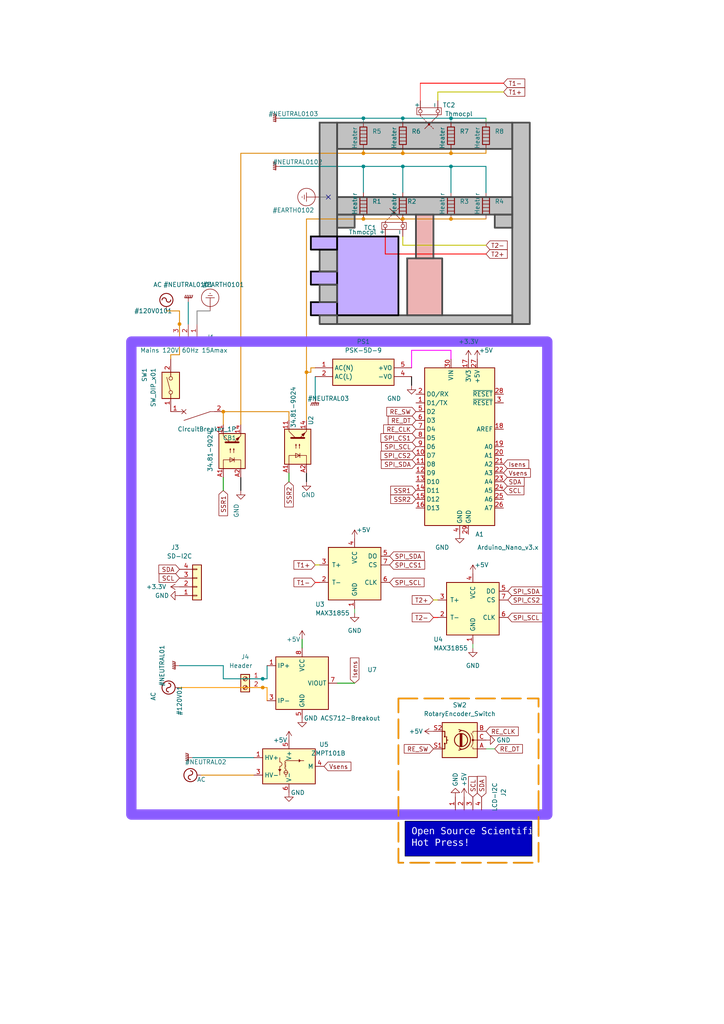
<source format=kicad_sch>
(kicad_sch (version 20230121) (generator eeschema)
  (paper "A4" portrait)
  (lib_symbols
    (symbol "Connector:Screw_Terminal_01x02" (pin_names (offset 1.016) hide)
      (property "Reference" "J" (at 0 2.54 0))
      (property "Value" "Screw_Terminal_01x02" (at 0 -5.08 0))
      (symbol "Screw_Terminal_01x02_1_1"
        (rectangle (start -1.27 1.27) (end 1.27 -3.81) (stroke (width 0.254)) (fill (type background)))
        (circle (center 0 -2.54) (radius 0.635) (stroke (width 0.1524)))
        (polyline (pts (xy -0.5334 -2.2098) (xy 0.3302 -3.048)) (stroke (width 0.1524)))
        (polyline (pts (xy -0.5334 0.3302) (xy 0.3302 -0.508)) (stroke (width 0.1524)))
        (polyline (pts (xy -0.3556 -2.032) (xy 0.508 -2.8702)) (stroke (width 0.1524)))
        (polyline (pts (xy -0.3556 0.508) (xy 0.508 -0.3302)) (stroke (width 0.1524)))
        (circle (center 0 0) (radius 0.635) (stroke (width 0.1524)))
        (pin passive line (at -5.08 0 0) (length 3.81) (name "Pin_1") (number "1"))
        (pin passive line (at -5.08 -2.54 0) (length 3.81) (name "Pin_2") (number "2"))
      )
    )
    (symbol "Connector:Screw_Terminal_01x03" (pin_names (offset 1.016) hide)
      (property "Reference" "J" (at 0 5.08 0))
      (property "Value" "Screw_Terminal_01x03" (at 0 -5.08 0))
      (symbol "Screw_Terminal_01x03_1_1"
        (rectangle (start -1.27 3.81) (end 1.27 -3.81) (stroke (width 0.254)) (fill (type background)))
        (circle (center 0 -2.54) (radius 0.635) (stroke (width 0.1524)))
        (polyline (pts (xy -0.5334 -2.2098) (xy 0.3302 -3.048)) (stroke (width 0.1524)))
        (polyline (pts (xy -0.5334 0.3302) (xy 0.3302 -0.508)) (stroke (width 0.1524)))
        (polyline (pts (xy -0.5334 2.8702) (xy 0.3302 2.032)) (stroke (width 0.1524)))
        (polyline (pts (xy -0.3556 -2.032) (xy 0.508 -2.8702)) (stroke (width 0.1524)))
        (polyline (pts (xy -0.3556 0.508) (xy 0.508 -0.3302)) (stroke (width 0.1524)))
        (polyline (pts (xy -0.3556 3.048) (xy 0.508 2.2098)) (stroke (width 0.1524)))
        (circle (center 0 0) (radius 0.635) (stroke (width 0.1524)))
        (circle (center 0 2.54) (radius 0.635) (stroke (width 0.1524)))
        (pin passive line (at -5.08 2.54 0) (length 3.81) (name "Pin_1") (number "1"))
        (pin passive line (at -5.08 0 0) (length 3.81) (name "Pin_2") (number "2"))
        (pin passive line (at -5.08 -2.54 0) (length 3.81) (name "Pin_3") (number "3"))
      )
    )
    (symbol "Connector_Generic:Conn_01x04" (pin_names (offset 1.016) hide)
      (property "Reference" "J" (at 0 5.08 0))
      (property "Value" "Conn_01x04" (at 0 -7.62 0))
      (symbol "Conn_01x04_1_1"
        (rectangle (start -1.27 -4.953) (end 0 -5.207) (stroke (width 0.1524)))
        (rectangle (start -1.27 -2.413) (end 0 -2.667) (stroke (width 0.1524)))
        (rectangle (start -1.27 0.127) (end 0 -0.127) (stroke (width 0.1524)))
        (rectangle (start -1.27 2.667) (end 0 2.413) (stroke (width 0.1524)))
        (rectangle (start -1.27 3.81) (end 1.27 -6.35) (stroke (width 0.254)) (fill (type background)))
        (pin passive line (at -5.08 2.54 0) (length 3.81) (name "Pin_1") (number "1"))
        (pin passive line (at -5.08 0 0) (length 3.81) (name "Pin_2") (number "2"))
        (pin passive line (at -5.08 -2.54 0) (length 3.81) (name "Pin_3") (number "3"))
        (pin passive line (at -5.08 -5.08 0) (length 3.81) (name "Pin_4") (number "4"))
      )
    )
    (symbol "Device:CircuitBreaker_1P"
      (property "Reference" "CB" (at 1.905 0 0))
      (property "Value" "CircuitBreaker_1P" (at 1.905 1.905 0))
      (symbol "CircuitBreaker_1P_0_1"
        (polyline (pts (xy 0 -5.08) (xy 0 -3.81)))
        (polyline (pts (xy 0 -3.81) (xy -2.54 3.81)))
      )
      (symbol "CircuitBreaker_1P_1_1"
        (polyline (pts (xy -0.635 4.445) (xy 0.635 3.175)))
        (polyline (pts (xy 0 5.08) (xy 0 3.81)))
        (polyline (pts (xy 0.635 4.445) (xy -0.635 3.175)))
        (pin passive line (at 0 7.62 270) (length 2.54) (name "~") (number "1"))
        (pin passive line (at 0 -7.62 90) (length 2.54) (name "~") (number "2"))
      )
    )
    (symbol "Device:Heater" (pin_numbers hide) (pin_names (offset 0))
      (property "Reference" "R" (at 2.032 0 90))
      (property "Value" "Heater" (at -2.032 0 90))
      (symbol "Heater_0_1"
        (rectangle (start -1.016 -2.54) (end 1.016 2.54) (stroke (width 0.254)))
        (polyline (pts (xy -1.016 1.524) (xy 1.016 1.524)))
        (polyline (pts (xy 1.016 -1.524) (xy -1.016 -1.524)))
        (polyline (pts (xy 1.016 -0.508) (xy -1.016 -0.508)))
        (polyline (pts (xy 1.016 0.508) (xy -1.016 0.508)))
      )
      (symbol "Heater_1_1"
        (pin passive line (at 0 3.81 270) (length 1.27) (name "~") (number "1"))
        (pin passive line (at 0 -3.81 90) (length 1.27) (name "~") (number "2"))
      )
    )
    (symbol "Device:RotaryEncoder_Switch" (pin_names (offset 0.254) hide)
      (property "Reference" "SW" (at 0 6.604 0))
      (property "Value" "RotaryEncoder_Switch" (at 0 -6.604 0))
      (symbol "RotaryEncoder_Switch_0_1"
        (rectangle (start -5.08 5.08) (end 5.08 -5.08) (stroke (width 0.254)) (fill (type background)))
        (circle (center -3.81 0) (radius 0.254) (fill (type outline)))
        (circle (center -0.381 0) (radius 1.905) (stroke (width 0.254)))
        (arc (start -0.381 2.667) (mid -3.0988 -0.0635) (end -0.381 -2.794) (stroke (width 0.254)))
        (polyline (pts (xy -0.635 -1.778) (xy -0.635 1.778)) (stroke (width 0.254)))
        (polyline (pts (xy -0.381 -1.778) (xy -0.381 1.778)) (stroke (width 0.254)))
        (polyline (pts (xy -0.127 1.778) (xy -0.127 -1.778)) (stroke (width 0.254)))
        (polyline (pts (xy 3.81 0) (xy 3.429 0)) (stroke (width 0.254)))
        (polyline (pts (xy 3.81 1.016) (xy 3.81 -1.016)) (stroke (width 0.254)))
        (polyline (pts (xy -5.08 -2.54) (xy -3.81 -2.54) (xy -3.81 -2.032)))
        (polyline (pts (xy -5.08 2.54) (xy -3.81 2.54) (xy -3.81 2.032)))
        (polyline (pts (xy 0.254 -3.048) (xy -0.508 -2.794) (xy 0.127 -2.413)) (stroke (width 0.254)))
        (polyline (pts (xy 0.254 2.921) (xy -0.508 2.667) (xy 0.127 2.286)) (stroke (width 0.254)))
        (polyline (pts (xy 5.08 -2.54) (xy 4.318 -2.54) (xy 4.318 -1.016)) (stroke (width 0.254)))
        (polyline (pts (xy 5.08 2.54) (xy 4.318 2.54) (xy 4.318 1.016)) (stroke (width 0.254)))
        (polyline (pts (xy -5.08 0) (xy -3.81 0) (xy -3.81 -1.016) (xy -3.302 -2.032)))
        (polyline (pts (xy -4.318 0) (xy -3.81 0) (xy -3.81 1.016) (xy -3.302 2.032)))
        (circle (center 4.318 -1.016) (radius 0.127) (stroke (width 0.254)))
        (circle (center 4.318 1.016) (radius 0.127) (stroke (width 0.254)))
      )
      (symbol "RotaryEncoder_Switch_1_1"
        (pin passive line (at -7.62 2.54 0) (length 2.54) (name "A") (number "A"))
        (pin passive line (at -7.62 -2.54 0) (length 2.54) (name "B") (number "B"))
        (pin passive line (at -7.62 0 0) (length 2.54) (name "C") (number "C"))
        (pin passive line (at 7.62 2.54 180) (length 2.54) (name "S1") (number "S1"))
        (pin passive line (at 7.62 -2.54 180) (length 2.54) (name "S2") (number "S2"))
      )
    )
    (symbol "Device:Thermocouple_Block" (pin_numbers hide) (pin_names (offset 0))
      (property "Reference" "TC" (at -3.048 3.81 0))
      (property "Value" "Thermocouple_Block" (at -5.08 -4.064 0))
      (symbol "Thermocouple_Block_0_1"
        (circle (center -1.778 0) (radius 0.254) (fill (type outline)))
        (polyline (pts (xy -2.794 -1.016) (xy -3.048 -1.27)))
        (polyline (pts (xy -2.286 -0.508) (xy -2.54 -0.762)))
        (polyline (pts (xy -1.778 0) (xy -2.032 -0.254)))
        (polyline (pts (xy -1.27 0.508) (xy -1.524 0.254)))
        (polyline (pts (xy -0.762 1.016) (xy -1.016 0.762)))
        (polyline (pts (xy -0.254 1.524) (xy -0.508 1.27)))
        (polyline (pts (xy 0.254 2.032) (xy 0 1.778)))
        (polyline (pts (xy 0.762 2.54) (xy 0.508 2.286)))
        (polyline (pts (xy 1.27 -2.54) (xy 1.016 -2.54)))
        (polyline (pts (xy 1.27 2.54) (xy 0.762 2.54)))
        (polyline (pts (xy 1.524 -2.54) (xy 0.762 -2.54) (xy -3.048 1.27)))
        (rectangle (start 1.016 3.556) (end 3.048 -3.556))
        (circle (center 2.032 -2.54) (radius 0.508))
        (circle (center 2.032 2.54) (radius 0.508))
      )
      (symbol "Thermocouple_Block_1_1"
        (pin passive line (at 5.08 2.54 180) (length 2.54) (name "+") (number "1"))
        (pin passive line (at 5.08 -2.54 180) (length 2.54) (name "-") (number "2"))
      )
    )
    (symbol "GND_1" (power) (pin_names (offset 0))
      (property "Value" "GND_1" (at 0 -3.81 0))
      (symbol "GND_1_0_1"
        (polyline (pts (xy 0 0) (xy 0 -1.27) (xy 1.27 -1.27) (xy 0 -2.54) (xy -1.27 -1.27) (xy 0 -1.27)))
      )
      (symbol "GND_1_1_1"
        (pin power_in line (at 0 0 270) (length 0) hide (name "GND") (number "1"))
      )
    )
    (symbol "MCU_Module:Arduino_Nano_v3.x"
      (property "Reference" "A" (at -10.16 23.495 0))
      (property "Value" "Arduino_Nano_v3.x" (at 5.08 -24.13 0))
      (symbol "Arduino_Nano_v3.x_0_1"
        (rectangle (start -10.16 22.86) (end 10.16 -22.86) (stroke (width 0.254)) (fill (type background)))
      )
      (symbol "Arduino_Nano_v3.x_1_1"
        (pin bidirectional line (at -12.7 12.7 0) (length 2.54) (name "D1/TX") (number "1"))
        (pin bidirectional line (at -12.7 -2.54 0) (length 2.54) (name "D7") (number "10"))
        (pin bidirectional line (at -12.7 -5.08 0) (length 2.54) (name "D8") (number "11"))
        (pin bidirectional line (at -12.7 -7.62 0) (length 2.54) (name "D9") (number "12"))
        (pin bidirectional line (at -12.7 -10.16 0) (length 2.54) (name "D10") (number "13"))
        (pin bidirectional line (at -12.7 -12.7 0) (length 2.54) (name "D11") (number "14"))
        (pin bidirectional line (at -12.7 -15.24 0) (length 2.54) (name "D12") (number "15"))
        (pin bidirectional line (at -12.7 -17.78 0) (length 2.54) (name "D13") (number "16"))
        (pin power_out line (at 2.54 25.4 270) (length 2.54) (name "3V3") (number "17"))
        (pin input line (at 12.7 5.08 180) (length 2.54) (name "AREF") (number "18"))
        (pin bidirectional line (at 12.7 0 180) (length 2.54) (name "A0") (number "19"))
        (pin bidirectional line (at -12.7 15.24 0) (length 2.54) (name "D0/RX") (number "2"))
        (pin bidirectional line (at 12.7 -2.54 180) (length 2.54) (name "A1") (number "20"))
        (pin bidirectional line (at 12.7 -5.08 180) (length 2.54) (name "A2") (number "21"))
        (pin bidirectional line (at 12.7 -7.62 180) (length 2.54) (name "A3") (number "22"))
        (pin bidirectional line (at 12.7 -10.16 180) (length 2.54) (name "A4") (number "23"))
        (pin bidirectional line (at 12.7 -12.7 180) (length 2.54) (name "A5") (number "24"))
        (pin bidirectional line (at 12.7 -15.24 180) (length 2.54) (name "A6") (number "25"))
        (pin bidirectional line (at 12.7 -17.78 180) (length 2.54) (name "A7") (number "26"))
        (pin power_out line (at 5.08 25.4 270) (length 2.54) (name "+5V") (number "27"))
        (pin input line (at 12.7 15.24 180) (length 2.54) (name "~{RESET}") (number "28"))
        (pin power_in line (at 2.54 -25.4 90) (length 2.54) (name "GND") (number "29"))
        (pin input line (at 12.7 12.7 180) (length 2.54) (name "~{RESET}") (number "3"))
        (pin power_in line (at -2.54 25.4 270) (length 2.54) (name "VIN") (number "30"))
        (pin power_in line (at 0 -25.4 90) (length 2.54) (name "GND") (number "4"))
        (pin bidirectional line (at -12.7 10.16 0) (length 2.54) (name "D2") (number "5"))
        (pin bidirectional line (at -12.7 7.62 0) (length 2.54) (name "D3") (number "6"))
        (pin bidirectional line (at -12.7 5.08 0) (length 2.54) (name "D4") (number "7"))
        (pin bidirectional line (at -12.7 2.54 0) (length 2.54) (name "D5") (number "8"))
        (pin bidirectional line (at -12.7 0 0) (length 2.54) (name "D6") (number "9"))
      )
    )
    (symbol "Relay_SolidState:34.81-9024"
      (property "Reference" "U" (at -5.08 5.08 0))
      (property "Value" "34.81-9024" (at 0 5.08 0))
      (symbol "34.81-9024_0_1"
        (rectangle (start -5.08 3.81) (end 5.08 -3.81) (stroke (width 0.254)) (fill (type background)))
        (polyline (pts (xy -3.175 -0.635) (xy -1.905 -0.635)))
        (polyline (pts (xy 2.54 1.905) (xy 2.54 -1.905) (xy 2.54 -1.905)) (stroke (width 0.508)))
        (polyline (pts (xy -5.08 2.54) (xy -2.54 2.54) (xy -2.54 -2.54) (xy -5.08 -2.54)))
        (polyline (pts (xy -2.54 -0.635) (xy -3.175 0.635) (xy -1.905 0.635) (xy -2.54 -0.635)))
        (polyline (pts (xy -0.508 -0.508) (xy 0.762 -0.508) (xy 0.381 -0.635) (xy 0.381 -0.381) (xy 0.762 -0.508)))
        (polyline (pts (xy -0.508 0.508) (xy 0.762 0.508) (xy 0.381 0.381) (xy 0.381 0.635) (xy 0.762 0.508)))
        (polyline (pts (xy 3.048 -1.651) (xy 3.556 -1.143) (xy 4.064 -2.159) (xy 3.048 -1.651) (xy 3.048 -1.651)) (fill (type outline)))
        (polyline (pts (xy 5.08 2.54) (xy 4.445 2.54) (xy 2.54 0.635) (xy 2.54 -0.635) (xy 4.445 -2.54) (xy 5.08 -2.54)))
      )
      (symbol "34.81-9024_1_1"
        (pin passive line (at 7.62 2.54 180) (length 2.54) (name "~") (number "11"))
        (pin passive line (at 7.62 -2.54 180) (length 2.54) (name "~") (number "14"))
        (pin passive line (at -7.62 2.54 0) (length 2.54) (name "~") (number "A1"))
        (pin passive line (at -7.62 -2.54 0) (length 2.54) (name "~") (number "A2"))
      )
    )
    (symbol "SamacSys_Parts:PSK-5D-9"
      (property "Reference" "PS" (at 24.13 7.62 0))
      (property "Value" "PSK-5D-9" (at 24.13 5.08 0))
      (symbol "PSK-5D-9_1_1"
        (rectangle (start 5.08 2.54) (end 22.86 -5.08) (stroke (width 0.254)) (fill (type background)))
        (pin passive line (at 0 0 0) (length 5.08) (name "AC(N)") (number "1"))
        (pin passive line (at 0 -2.54 0) (length 5.08) (name "AC(L)") (number "2"))
        (pin passive line (at 27.94 -2.54 180) (length 5.08) (name "-VO") (number "4"))
        (pin passive line (at 27.94 0 180) (length 5.08) (name "+VO") (number "5"))
      )
    )
    (symbol "Sensor_Temperature:MAX31855EASA" (pin_names (offset 1.016))
      (property "Reference" "U1" (at -11.43 -8.89 0))
      (property "Value" "MAX31855" (at -11.43 -11.43 0))
      (symbol "MAX31855EASA_0_1"
        (rectangle (start -7.62 7.62) (end 7.62 -7.62) (stroke (width 0.254)) (fill (type background)))
      )
      (symbol "MAX31855EASA_1_1"
        (pin power_in line (at 0 -10.16 90) (length 2.54) (name "GND") (number "1"))
        (pin passive line (at -10.16 -2.54 0) (length 2.54) (name "T-") (number "2"))
        (pin passive line (at -10.16 2.54 0) (length 2.54) (name "T+") (number "3"))
        (pin power_in line (at 0 10.16 270) (length 2.54) (name "VCC") (number "4"))
        (pin input line (at 10.16 5.08 180) (length 2.54) (name "DO") (number "5"))
        (pin input line (at 10.16 -2.54 180) (length 2.54) (name "CLK") (number "6"))
        (pin tri_state line (at 10.16 2.54 180) (length 2.54) (name "CS") (number "7"))
      )
    )
    (symbol "Sensor_Voltage:LV25-P"
      (property "Reference" "U" (at -6.35 6.35 0))
      (property "Value" "LV25-P" (at 5.08 6.35 0))
      (symbol "LV25-P_0_1"
        (arc (start -2.667 0) (mid -2.0347 0.635) (end -2.667 1.27))
        (circle (center -0.889 -1.778) (radius 0.5588))
        (arc (start -0.889 -0.127) (mid -1.1938 -0.4318) (end -0.889 -0.762))
        (arc (start -0.889 0.381) (mid -1.1419 0.127) (end -0.889 -0.127))
        (arc (start -0.889 1.016) (mid -1.1938 0.7112) (end -0.889 0.381))
        (arc (start -0.889 1.651) (mid -1.1938 1.3462) (end -0.889 1.016))
        (polyline (pts (xy -2.667 0) (xy -2.667 -2.54)))
        (polyline (pts (xy -2.667 2.54) (xy -2.667 1.27)))
        (polyline (pts (xy -1.397 -1.778) (xy -0.381 -1.778)))
        (polyline (pts (xy -0.889 -2.413) (xy -0.889 -3.048)))
        (polyline (pts (xy -0.889 -1.143) (xy -0.889 -0.762)))
        (polyline (pts (xy -0.889 1.651) (xy 4.318 1.651)))
        (polyline (pts (xy -2.921 -0.889) (xy -2.286 -0.889) (xy -2.667 -1.397) (xy -3.048 -0.889)) (fill (type outline)))
        (polyline (pts (xy 3.302 1.651) (xy 2.921 2.032) (xy 2.921 1.27) (xy 3.302 1.651)) (fill (type outline)))
        (rectangle (start 7.62 -5.08) (end -7.62 5.08) (stroke (width 0.254)) (fill (type background)))
      )
      (symbol "LV25-P_1_1"
        (pin input line (at -10.16 2.54 0) (length 2.54) (name "HV+") (number "1"))
        (pin input line (at -10.16 -2.54 0) (length 2.54) (name "HV-") (number "3"))
        (pin output line (at 10.16 0 180) (length 2.54) (name "M") (number "4"))
        (pin power_in line (at 0 7.62 270) (length 2.54) (name "V+") (number "5"))
        (pin power_in line (at 0 -7.62 90) (length 2.54) (name "V-") (number "6"))
      )
    )
    (symbol "Switch:SW_DIP_x01" (pin_names (offset 0) hide)
      (property "Reference" "SW" (at 0 3.81 0))
      (property "Value" "SW_DIP_x01" (at 0 -3.81 0))
      (symbol "SW_DIP_x01_0_0"
        (circle (center -2.032 0) (radius 0.508))
        (polyline (pts (xy -1.524 0.127) (xy 2.3622 1.1684)))
        (circle (center 2.032 0) (radius 0.508))
      )
      (symbol "SW_DIP_x01_0_1"
        (rectangle (start -3.81 2.54) (end 3.81 -2.54) (stroke (width 0.254)) (fill (type background)))
      )
      (symbol "SW_DIP_x01_1_1"
        (pin passive line (at -7.62 0 0) (length 5.08) (name "~") (number "1"))
        (pin passive line (at 7.62 0 180) (length 5.08) (name "~") (number "2"))
      )
    )
    (symbol "custom:ACS712xLCTR-Breakout"
      (property "Reference" "U" (at 2.54 11.43 0))
      (property "Value" "ACS712xLCTR-Breakout" (at 2.54 8.89 0))
      (symbol "ACS712xLCTR-Breakout_0_1"
        (rectangle (start -7.62 7.62) (end 7.62 -7.62) (stroke (width 0.254)) (fill (type background)))
      )
      (symbol "ACS712xLCTR-Breakout_1_1"
        (pin passive line (at -10.16 5.08 0) (length 2.54) (name "IP+") (number "1"))
        (pin passive line (at -10.16 5.08 0) (length 2.54) hide (name "IP+") (number "2"))
        (pin passive line (at -10.16 -5.08 0) (length 2.54) (name "IP-") (number "3"))
        (pin passive line (at -10.16 -5.08 0) (length 2.54) hide (name "IP-") (number "4"))
        (pin power_in line (at 0 -10.16 90) (length 2.54) (name "GND") (number "5"))
        (pin output line (at 10.16 0 180) (length 2.54) (name "VIOUT") (number "7"))
        (pin power_in line (at 0 10.16 270) (length 2.54) (name "VCC") (number "8"))
      )
    )
    (symbol "power:+3.3V" (power) (pin_names (offset 0))
      (property "Value" "+3.3V" (at 0 3.556 0))
      (symbol "+3.3V_0_1"
        (polyline (pts (xy -0.762 1.27) (xy 0 2.54)))
        (polyline (pts (xy 0 0) (xy 0 2.54)))
        (polyline (pts (xy 0 2.54) (xy 0.762 1.27)))
      )
      (symbol "+3.3V_1_1"
        (pin power_in line (at 0 0 90) (length 0) hide (name "+3.3V") (number "1"))
      )
    )
    (symbol "power:+5V" (power) (pin_names (offset 0))
      (property "Value" "+5V" (at 0 3.556 0))
      (symbol "+5V_0_1"
        (polyline (pts (xy -0.762 1.27) (xy 0 2.54)))
        (polyline (pts (xy 0 0) (xy 0 2.54)))
        (polyline (pts (xy 0 2.54) (xy 0.762 1.27)))
      )
      (symbol "+5V_1_1"
        (pin power_in line (at 0 0 90) (length 0) hide (name "+5V") (number "1"))
      )
    )
    (symbol "power:AC" (power) (pin_names (offset 0))
      (property "Value" "AC" (at 0 6.35 0))
      (symbol "AC_0_1"
        (polyline (pts (xy 0 0) (xy 0 1.27)))
        (arc (start 0 3.175) (mid -0.635 3.8073) (end -1.27 3.175) (stroke (width 0.254)))
        (arc (start 0 3.175) (mid 0.635 2.5427) (end 1.27 3.175) (stroke (width 0.254)))
        (circle (center 0 3.175) (radius 1.905) (stroke (width 0.254)))
      )
      (symbol "AC_1_1"
        (pin power_in line (at 0 0 90) (length 0) hide (name "AC") (number "1"))
      )
    )
    (symbol "power:Earth_Protective" (power) (pin_names (offset 0))
      (symbol "Earth_Protective_0_1"
        (circle (center 0 -3.81) (radius 2.54))
        (polyline (pts (xy -0.635 -4.445) (xy 0.635 -4.445)))
        (polyline (pts (xy -0.127 -5.08) (xy 0.127 -5.08)))
        (polyline (pts (xy 0 -3.81) (xy 0 0)))
        (polyline (pts (xy 1.27 -3.81) (xy -1.27 -3.81)))
      )
      (symbol "Earth_Protective_1_1"
        (pin power_in line (at 0 0 270) (length 0) hide (name "Earth_Protective") (number "1"))
      )
    )
    (symbol "power:GND" (power) (pin_names (offset 0))
      (property "Value" "GND" (at 0 -3.81 0))
      (symbol "GND_0_1"
        (polyline (pts (xy 0 0) (xy 0 -1.27) (xy 1.27 -1.27) (xy 0 -2.54) (xy -1.27 -1.27) (xy 0 -1.27)))
      )
      (symbol "GND_1_1"
        (pin power_in line (at 0 0 270) (length 0) hide (name "GND") (number "1"))
      )
    )
    (symbol "power:GNDPWR" (power) (pin_names (offset 0))
      (property "Value" "GNDPWR" (at 0 -3.302 0))
      (symbol "GNDPWR_0_1"
        (polyline (pts (xy 0 -1.27) (xy 0 0)))
        (polyline (pts (xy -1.016 -1.27) (xy -1.27 -2.032) (xy -1.27 -2.032)) (stroke (width 0.2032)))
        (polyline (pts (xy -0.508 -1.27) (xy -0.762 -2.032) (xy -0.762 -2.032)) (stroke (width 0.2032)))
        (polyline (pts (xy 0 -1.27) (xy -0.254 -2.032) (xy -0.254 -2.032)) (stroke (width 0.2032)))
        (polyline (pts (xy 0.508 -1.27) (xy 0.254 -2.032) (xy 0.254 -2.032)) (stroke (width 0.2032)))
        (polyline (pts (xy 1.016 -1.27) (xy -1.016 -1.27) (xy -1.016 -1.27)) (stroke (width 0.2032)))
        (polyline (pts (xy 1.016 -1.27) (xy 0.762 -2.032) (xy 0.762 -2.032) (xy 0.762 -2.032)) (stroke (width 0.2032)))
      )
      (symbol "GNDPWR_1_1"
        (pin power_in line (at 0 0 270) (length 0) hide (name "GNDPWR") (number "1"))
      )
    )
  )
  (junction (at 116.84 44.45) (color 221 133 0 1))
  (junction (at 88.9 107.95) (color 221 133 0 1))
  (junction (at 64.77 119.38) (color 221 133 0 1))
  (junction (at 76.2 196.85) (color 0 132 132 1))
  (junction (at 130.81 48.26) (color 0 132 132 1))
  (junction (at 76.2 199.39) (color 221 133 0 1))
  (junction (at 130.81 34.29) (color 0 132 132 1))
  (junction (at 116.84 34.29) (color 0 132 132 1))
  (junction (at 105.41 34.29) (color 0 132 132 1))
  (junction (at 52.07 93.98) (color 221 133 0 1))
  (junction (at 130.81 63.5) (color 221 133 0 1))
  (junction (at 105.41 63.5) (color 221 133 0 1))
  (junction (at 105.41 44.45) (color 221 133 0 1))
  (junction (at 130.81 44.45) (color 221 133 0 1))
  (junction (at 116.84 63.5) (color 221 133 0 1))
  (junction (at 116.84 48.26) (color 0 132 132 1))
  (junction (at 105.41 48.26) (color 0 132 132 1))
  (no_connect (at 95.25 57.15))
  (wire (pts (xy 140.97 44.45) (xy 130.81 44.45)) (stroke (width 0.25) (color 221 133 0 1)))
  (wire (pts (xy 116.84 34.29) (xy 130.81 34.29)) (stroke (width 0.25) (color 0 132 132 1)))
  (wire (pts (xy 140.97 44.45) (xy 140.97 43.18)) (stroke (width 0.25) (color 221 133 0 1)))
  (wire (pts (xy 69.85 142.24) (xy 69.85 138.43)) (stroke (width 0.25) (color 0 0 0 1)))
  (wire (pts (xy 125.73 179.07) (xy 127 179.07)) (stroke (width 0.25) (color 255 0 0 1)))
  (wire (pts (xy 91.44 163.83) (xy 92.71 163.83)) (stroke (width 0.25) (color 194 194 0 1)))
  (wire (pts (xy 102.87 177.8) (xy 102.87 176.53)))
  (wire (pts (xy 81.28 48.26) (xy 105.41 48.26)) (stroke (width 0.25) (color 0 132 132 1)))
  (wire (pts (xy 121.92 29.21) (xy 121.92 24.13)) (stroke (width 0) (color 255 0 0 1)))
  (wire (pts (xy 52.07 102.87) (xy 52.07 93.98)) (stroke (width 0.25) (color 221 133 0 1)))
  (wire (pts (xy 91.44 115.57) (xy 91.44 109.22)) (stroke (width 0.25) (color 0 132 132 1)))
  (wire (pts (xy 64.77 142.24) (xy 64.77 138.43)) (stroke (width 0.25)))
  (wire (pts (xy 116.84 43.18) (xy 116.84 44.45)) (stroke (width 0.25) (color 221 133 0 1)))
  (wire (pts (xy 116.84 63.5) (xy 130.81 63.5)) (stroke (width 0.25) (color 221 133 0 1)))
  (wire (pts (xy 130.81 44.45) (xy 116.84 44.45)) (stroke (width 0.25) (color 221 133 0 1)))
  (wire (pts (xy 88.9 107.95) (xy 88.9 121.92)) (stroke (width 0.25) (color 221 133 0 1)))
  (wire (pts (xy 130.81 43.18) (xy 130.81 44.45)) (stroke (width 0.25) (color 221 133 0 1)))
  (wire (pts (xy 87.63 185.42) (xy 87.63 187.96)) (stroke (width 0.25)))
  (wire (pts (xy 77.47 199.39) (xy 77.47 203.2)) (stroke (width 0.25) (color 255 153 0 1)))
  (wire (pts (xy 55.88 219.71) (xy 73.66 219.71)) (stroke (width 0.25) (color 0 132 132 1)))
  (wire (pts (xy 88.9 139.7) (xy 88.9 137.16)) (stroke (width 0.25) (color 0 0 0 1)))
  (wire (pts (xy 64.77 196.85) (xy 64.77 193.04)) (stroke (width 0.25) (color 0 132 132 1)))
  (wire (pts (xy 91.44 106.68) (xy 90.17 106.68)) (stroke (width 0.25) (color 221 133 0 1)))
  (wire (pts (xy 105.41 48.26) (xy 116.84 48.26)) (stroke (width 0.25) (color 0 132 132 1)))
  (wire (pts (xy 116.84 71.12) (xy 116.84 68.58)) (stroke (width 0.25) (color 194 194 0 1)))
  (wire (pts (xy 83.82 121.92) (xy 83.82 119.38)) (stroke (width 0.25) (color 221 133 0 1)))
  (wire (pts (xy 130.81 101.6) (xy 130.81 104.14)) (stroke (width 0.25) (color 255 0 255 1)))
  (wire (pts (xy 116.84 34.29) (xy 116.84 35.56)) (stroke (width 0) (color 0 132 132 1)))
  (wire (pts (xy 69.85 44.45) (xy 69.85 123.19)) (stroke (width 0.25) (color 221 133 0 1)))
  (wire (pts (xy 49.53 104.14) (xy 49.53 102.87)) (stroke (width 0.25) (color 221 133 0 1)))
  (wire (pts (xy 77.47 193.04) (xy 77.47 196.85)) (stroke (width 0.25) (color 0 132 132 1)))
  (wire (pts (xy 69.85 44.45) (xy 105.41 44.45)) (stroke (width 0.25) (color 221 133 0 1)))
  (wire (pts (xy 90.17 106.68) (xy 90.17 107.95)) (stroke (width 0.25) (color 221 133 0 1)))
  (wire (pts (xy 54.61 87.63) (xy 54.61 93.98)) (stroke (width 0.25) (color 0 132 132 1)))
  (wire (pts (xy 64.77 196.85) (xy 76.2 196.85)) (stroke (width 0.25) (color 0 132 132 1)))
  (wire (pts (xy 140.97 71.12) (xy 116.84 71.12)) (stroke (width 0.25) (color 194 194 0 1)))
  (wire (pts (xy 140.97 55.88) (xy 140.97 48.26)) (stroke (width 0.25) (color 0 132 132 1)))
  (wire (pts (xy 88.9 63.5) (xy 105.41 63.5)) (stroke (width 0.25) (color 221 133 0 1)))
  (wire (pts (xy 116.84 48.26) (xy 130.81 48.26)) (stroke (width 0.25) (color 0 132 132 1)))
  (wire (pts (xy 140.97 35.56) (xy 140.97 34.29)))
  (wire (pts (xy 130.81 63.5) (xy 140.97 63.5)) (stroke (width 0.25) (color 221 133 0 1)))
  (wire (pts (xy 111.76 68.58) (xy 111.76 73.66)) (stroke (width 0.25) (color 255 0 0 1)))
  (wire (pts (xy 88.9 107.95) (xy 90.17 107.95)) (stroke (width 0.25) (color 221 133 0 1)))
  (wire (pts (xy 127 26.67) (xy 146.05 26.67)) (stroke (width 0.25) (color 194 194 0 1)))
  (wire (pts (xy 91.44 168.91) (xy 92.71 168.91)) (stroke (width 0.25) (color 255 0 0 1)))
  (wire (pts (xy 130.81 34.29) (xy 140.97 34.29)) (stroke (width 0.25) (color 0 132 132 1)))
  (wire (pts (xy 76.2 196.85) (xy 77.47 196.85)) (stroke (width 0.25) (color 0 132 132 1)))
  (wire (pts (xy 137.16 187.96) (xy 137.16 186.69)))
  (wire (pts (xy 48.26 90.17) (xy 52.07 90.17)) (stroke (width 0.25) (color 221 133 0 1)))
  (wire (pts (xy 64.77 193.04) (xy 52.07 193.04)) (stroke (width 0.25) (color 0 132 132 1)))
  (wire (pts (xy 119.38 109.22) (xy 119.38 111.76)) (stroke (width 0.25) (color 0 0 0 1)))
  (wire (pts (xy 64.77 119.38) (xy 64.77 123.19)) (stroke (width 0.25) (color 221 133 0 1)))
  (wire (pts (xy 125.73 173.99) (xy 127 173.99)) (stroke (width 0.25) (color 194 194 0 1)))
  (wire (pts (xy 64.77 119.38) (xy 83.82 119.38)) (stroke (width 0.25) (color 221 133 0 1)))
  (wire (pts (xy 92.71 57.15) (xy 95.25 57.15)) (stroke (width 0.25) (color 132 132 132 1)))
  (wire (pts (xy 60.96 90.17) (xy 57.15 90.17)) (stroke (width 0.25) (color 132 132 132 1)))
  (wire (pts (xy 116.84 48.26) (xy 116.84 55.88)) (stroke (width 0.25) (color 0 132 132 1)))
  (wire (pts (xy 119.38 106.68) (xy 119.38 101.6)) (stroke (width 0.25) (color 255 0 255 1)))
  (wire (pts (xy 97.79 198.12) (xy 102.87 198.12)) (stroke (width 0.25)))
  (wire (pts (xy 105.41 43.18) (xy 105.41 44.45)) (stroke (width 0.25) (color 221 133 0 1)))
  (wire (pts (xy 58.42 224.79) (xy 73.66 224.79)) (stroke (width 0.25) (color 221 133 0 1)))
  (wire (pts (xy 111.76 73.66) (xy 140.97 73.66)) (stroke (width 0.25) (color 255 0 0 1)))
  (wire (pts (xy 57.15 90.17) (xy 57.15 93.98)) (stroke (width 0.25) (color 132 132 132 1)))
  (wire (pts (xy 52.07 199.39) (xy 76.2 199.39)) (stroke (width 0.25) (color 255 153 0 1)))
  (wire (pts (xy 52.07 90.17) (xy 52.07 93.98)) (stroke (width 0.25) (color 221 133 0 1)))
  (wire (pts (xy 105.41 48.26) (xy 105.41 55.88)) (stroke (width 0.25) (color 0 132 132 1)))
  (wire (pts (xy 76.2 199.39) (xy 77.47 199.39)) (stroke (width 0.25) (color 255 153 0 1)))
  (wire (pts (xy 49.53 102.87) (xy 52.07 102.87)) (stroke (width 0.25) (color 221 133 0 1)))
  (wire (pts (xy 130.81 48.26) (xy 130.81 55.88)) (stroke (width 0.25) (color 0 132 132 1)))
  (wire (pts (xy 83.82 139.7) (xy 83.82 137.16)) (stroke (width 0.25)))
  (wire (pts (xy 130.81 34.29) (xy 130.81 35.56)) (stroke (width 0) (color 0 132 132 1)))
  (wire (pts (xy 140.97 217.17) (xy 143.51 217.17)))
  (wire (pts (xy 119.38 101.6) (xy 130.81 101.6)) (stroke (width 0.25) (color 255 0 255 1)))
  (wire (pts (xy 121.92 24.13) (xy 146.05 24.13)) (stroke (width 0.25) (color 255 0 0 1)))
  (wire (pts (xy 105.41 34.29) (xy 116.84 34.29)) (stroke (width 0.25) (color 0 132 132 1)))
  (wire (pts (xy 116.84 44.45) (xy 105.41 44.45)) (stroke (width 0.25) (color 221 133 0 1)))
  (wire (pts (xy 81.28 34.29) (xy 105.41 34.29)) (stroke (width 0.25) (color 0 132 132 1)))
  (wire (pts (xy 105.41 63.5) (xy 116.84 63.5)) (stroke (width 0.25) (color 221 133 0 1)))
  (wire (pts (xy 88.9 63.5) (xy 88.9 107.95)) (stroke (width 0.25) (color 221 133 0 1)))
  (wire (pts (xy 130.81 48.26) (xy 140.97 48.26)) (stroke (width 0.25) (color 0 132 132 1)))
  (wire (pts (xy 127 26.67) (xy 127 29.21)) (stroke (width 0.25) (color 194 194 0 1)))
  (wire (pts (xy 105.41 34.29) (xy 105.41 35.56)) (stroke (width 0) (color 0 132 132 1)))
  (rectangle (start 120.65 62.23) (end 125.73 74.93) (stroke (width 0.5) (color 72 72 72 0.5)) (fill (type color) (color 194 0 0 0.3)))
  (rectangle (start 97.79 62.23) (end 102.87 66.04) (stroke (width 0.5) (color 72 72 72 0.3)) (fill (type color) (color 132 132 132 0.5)))
  (rectangle (start 90.17 78.74) (end 97.79 82.55) (stroke (width 0.5) (color 0 0 0 0.3)) (fill (type color) (color 137 91 255 0.5)))
  (rectangle (start 143.51 62.23) (end 148.59 66.04) (stroke (width 0.5) (color 72 72 72 0.3)) (fill (type color) (color 132 132 132 0.5)))
  (rectangle (start 115.57 202.5579) (end 156.21 250.19) (stroke (width 0.5) (type dash) (color 221 133 0 1)))
  (rectangle (start 97.79 68.58) (end 115.57 91.44) (stroke (width 0.5) (color 0 0 0 0.3)) (fill (type color) (color 137 91 255 0.5)))
  (rectangle (start 148.59 35.56) (end 153.67 93.98) (stroke (width 0.5) (color 72 72 72 0.3)) (fill (type color) (color 132 132 132 0.5)))
  (rectangle (start 38.1 99.06) (end 158.75 236.22) (stroke (width 3) (color 137 91 255 0.5490196078)))
  (rectangle (start 97.79 57.15) (end 148.59 62.23) (stroke (width 0.5) (color 72 72 72 0.3)) (fill (type color) (color 132 132 132 0.5)))
  (rectangle (start 118.11 74.93) (end 128.27 91.44) (stroke (width 0.5) (color 72 72 72 0.5)) (fill (type color) (color 194 0 0 0.3)))
  (rectangle (start 97.79 91.44) (end 148.59 93.98) (stroke (width 0.5) (color 72 72 72 0.3)) (fill (type color) (color 132 132 132 0.5)))
  (rectangle (start 92.71 35.56) (end 97.79 68.58) (stroke (width 0.5) (color 72 72 72 0.3)) (fill (type color) (color 132 132 132 0.5)))
  (rectangle (start 92.71 72.39) (end 97.79 78.74) (stroke (width 0.5) (color 72 72 72 0.3)) (fill (type color) (color 132 132 132 0.5)))
  (rectangle (start 97.79 35.56) (end 148.59 43.18) (stroke (width 0.5) (color 72 72 72 0.3)) (fill (type color) (color 132 132 132 0.5)))
  (rectangle (start 90.17 87.63) (end 97.79 91.44) (stroke (width 0.5) (color 0 0 0 0.3)) (fill (type color) (color 137 91 255 0.5)))
  (rectangle (start 154.305 238.125) (end 117.475 248.285) (stroke (width 0) (color 0 0 0 1)) (fill (type color) (color 0 0 194 1)))
  (rectangle (start 90.17 68.58) (end 97.79 72.39) (stroke (width 0.5) (color 0 0 0 0.3)) (fill (type color) (color 137 91 255 0.5)))
  (rectangle (start 92.71 91.44) (end 97.79 93.98) (stroke (width 0.5) (color 72 72 72 0.3)) (fill (type color) (color 132 132 132 0.5)))
  (rectangle (start 92.71 82.55) (end 97.79 87.63) (stroke (width 0.5) (color 72 72 72 0.3)) (fill (type color) (color 132 132 132 0.5)))
  (text "Open Source Scientific\nHot Press!" (at 119.38 246.38 0) (effects (font (size 2 2)) (justify left bottom)))
  (global_label "T1+" (shape input) (at 91.44 163.83 180) (property "Intersheetrefs" "${INTERSHEET_REFS}" (effects hide)))
  (global_label "SCL" (shape input) (at 146.05 142.24 0) (property "Intersheetrefs" "${INTERSHEET_REFS}" (effects hide)))
  (global_label "T2+" (shape input) (at 140.97 73.66 0) (property "Intersheetrefs" "${INTERSHEET_REFS}" (effects hide)))
  (global_label "SDA" (shape input) (at 139.7 231.14 90) (property "Intersheetrefs" "${INTERSHEET_REFS}" (effects hide)))
  (global_label "Vsens" (shape input) (at 93.98 222.25 0) (property "Intersheetrefs" "${INTERSHEET_REFS}" (effects hide)))
  (global_label "T2-" (shape input) (at 125.73 179.07 180) (property "Intersheetrefs" "${INTERSHEET_REFS}" (effects hide)))
  (global_label "SSR1" (shape input) (at 64.77 142.24 270) (property "Intersheetrefs" "${INTERSHEET_REFS}" (effects hide)))
  (global_label "SPI_SCL" (shape input) (at 120.65 129.54 180) (property "Intersheetrefs" "${INTERSHEET_REFS}" (effects hide)))
  (global_label "SPI_SDA" (shape input) (at 120.65 134.62 180) (property "Intersheetrefs" "${INTERSHEET_REFS}" (effects hide)))
  (global_label "RE_CLK" (shape input) (at 140.97 212.09 0) (property "Intersheetrefs" "${INTERSHEET_REFS}" (effects hide)))
  (global_label "SPI_SDA" (shape input) (at 113.03 161.29 0) (property "Intersheetrefs" "${INTERSHEET_REFS}" (effects hide)))
  (global_label "Vsens" (shape input) (at 146.05 137.16 0) (property "Intersheetrefs" "${INTERSHEET_REFS}" (effects hide)))
  (global_label "SCL" (shape input) (at 137.16 231.14 90) (property "Intersheetrefs" "${INTERSHEET_REFS}" (effects hide)))
  (global_label "T2+" (shape input) (at 125.73 173.99 180) (property "Intersheetrefs" "${INTERSHEET_REFS}" (effects hide)))
  (global_label "Isens" (shape input) (at 146.05 134.62 0) (property "Intersheetrefs" "${INTERSHEET_REFS}" (effects hide)))
  (global_label "SPI_SCL" (shape input) (at 113.03 168.91 0) (property "Intersheetrefs" "${INTERSHEET_REFS}" (effects hide)))
  (global_label "RE_CLK" (shape input) (at 120.65 124.46 180) (property "Intersheetrefs" "${INTERSHEET_REFS}" (effects hide)))
  (global_label "SDA" (shape input) (at 52.07 165.1 180) (property "Intersheetrefs" "${INTERSHEET_REFS}" (effects hide)))
  (global_label "SPI_CS1" (shape input) (at 120.65 127 180) (property "Intersheetrefs" "${INTERSHEET_REFS}" (effects hide)))
  (global_label "SSR2" (shape input) (at 120.65 144.78 180) (property "Intersheetrefs" "${INTERSHEET_REFS}" (effects hide)))
  (global_label "SPI_CS2" (shape input) (at 147.32 173.99 0) (property "Intersheetrefs" "${INTERSHEET_REFS}" (effects hide)))
  (global_label "Isens" (shape input) (at 102.87 198.12 90) (property "Intersheetrefs" "${INTERSHEET_REFS}" (effects hide)))
  (global_label "RE_DT" (shape input) (at 120.65 121.92 180) (property "Intersheetrefs" "${INTERSHEET_REFS}" (effects hide)))
  (global_label "SPI_CS2" (shape input) (at 120.65 132.08 180) (property "Intersheetrefs" "${INTERSHEET_REFS}" (effects hide)))
  (global_label "SSR1" (shape input) (at 120.65 142.24 180) (property "Intersheetrefs" "${INTERSHEET_REFS}" (effects hide)))
  (global_label "T2-" (shape input) (at 140.97 71.12 0) (property "Intersheetrefs" "${INTERSHEET_REFS}" (effects hide)))
  (global_label "SCL" (shape input) (at 52.07 167.64 180) (property "Intersheetrefs" "${INTERSHEET_REFS}" (effects hide)))
  (global_label "SPI_SCL" (shape input) (at 147.32 179.07 0) (property "Intersheetrefs" "${INTERSHEET_REFS}" (effects hide)))
  (global_label "T1-" (shape input) (at 91.44 168.91 180) (property "Intersheetrefs" "${INTERSHEET_REFS}" (effects hide)))
  (global_label "SPI_SDA" (shape input) (at 147.32 171.45 0) (property "Intersheetrefs" "${INTERSHEET_REFS}" (effects hide)))
  (global_label "RE_DT" (shape input) (at 143.51 217.17 0) (property "Intersheetrefs" "${INTERSHEET_REFS}" (effects hide)))
  (global_label "SDA" (shape input) (at 146.05 139.7 0) (property "Intersheetrefs" "${INTERSHEET_REFS}" (effects hide)))
  (global_label "RE_SW" (shape input) (at 125.73 217.17 180) (property "Intersheetrefs" "${INTERSHEET_REFS}" (effects hide)))
  (global_label "T1-" (shape input) (at 146.05 24.13 0) (property "Intersheetrefs" "${INTERSHEET_REFS}" (effects hide)))
  (global_label "T1+" (shape input) (at 146.05 26.67 0) (property "Intersheetrefs" "${INTERSHEET_REFS}" (effects hide)))
  (global_label "RE_SW" (shape input) (at 120.65 119.38 180) (property "Intersheetrefs" "${INTERSHEET_REFS}" (effects hide)))
  (global_label "SSR2" (shape input) (at 83.82 139.7 270) (property "Intersheetrefs" "${INTERSHEET_REFS}" (effects hide)))
  (global_label "SPI_CS1" (shape input) (at 113.03 163.83 0) (property "Intersheetrefs" "${INTERSHEET_REFS}" (effects hide)))
  (symbol (lib_id "power:+5V") (at 87.63 185.42 0) (unit 1)
    (property "Reference" "#PWR09" (effects hide))
    (property "Value" "+5V" (at 85.09 185.42 0))
  )
  (symbol (lib_id "power:GND") (at 87.63 208.28 0) (unit 1)
    (property "Reference" "#PWR08" (effects hide))
    (property "Value" "GND" (at 90.17 208.28 0))
  )
  (symbol (lib_id "Device:Thermocouple_Block") (at 114.3 63.5 90) (mirror x) (unit 1)
    (property "Reference" "TC1" (at 109.22 66.04 90) (effects (justify left)))
    (property "Value" "Thmocpl" (at 109.22 67.31 90) (effects (justify left)))
  )
  (symbol (lib_id "Device:RotaryEncoder_Switch") (at 133.35 214.63 180) (unit 1)
    (property "Reference" "SW2" (at 133.35 204.47 0))
    (property "Value" "RotaryEncoder_Switch" (at 133.35 207.01 0))
  )
  (symbol (lib_id "SamacSys_Parts:PSK-5D-9") (at 91.44 106.68 0) (unit 1)
    (property "Reference" "PS1" (at 105.41 99.06 0))
    (property "Value" "PSK-5D-9" (at 105.41 101.6 0))
    (property "Footprint" "Converter_ACDC:Converter_ACDC_HiLink_HLK-5Mxx" (effects hide))
    (property "Height" "18.1" (effects hide))
    (property "Mouser Part Number" "490-PSK-5D-9" (effects hide))
    (property "Mouser Price/Stock" "https://www.mouser.co.uk/ProductDetail/CUI-Inc/PSK-5D-9?qs=DRkmTr78QAS7xBfnsfADZA%3D%3D" (effects hide))
    (property "Manufacturer_Name" "CUI Inc." (effects hide))
    (property "Manufacturer_Part_Number" "PSK-5D-9" (effects hide))
  )
  (symbol (lib_id "Sensor_Voltage:LV25-P") (at 83.82 222.25 0) (unit 1)
    (property "Reference" "U5" (at 93.98 215.9 0))
    (property "Value" "ZMPT101B" (at 95.25 218.44 0))
    (property "Footprint" "Sensor_Voltage:LEM_LV25-P" (effects hide))
    (property "Datasheet" "https://www.lem.com/sites/default/files/products_datasheets/lv_25-p.pdf" (effects hide))
  )
  (symbol (lib_id "Device:Heater") (at 130.81 39.37 0) (unit 1)
    (property "Reference" "R7" (at 133.35 38.1 0) (effects (justify left)))
    (property "Value" "Heater" (at 128.27 43.18 90) (effects (justify left)))
  )
  (symbol (lib_id "Connector:Screw_Terminal_01x02") (at 71.12 196.85 0) (mirror y) (unit 1)
    (property "Reference" "J4" (at 71.12 190.5 0))
    (property "Value" "Header" (at 69.85 193.04 0))
  )
  (symbol (lib_id "power:Earth_Protective") (at 60.96 90.17 180) (unit 1)
    (property "Reference" "#EARTH0101" (at 64.77 82.55 0))
    (property "Value" "Earth_Protective" (effects hide))
  )
  (symbol (lib_id "power:+5V") (at 83.82 214.63 0) (unit 1)
    (property "Reference" "#PWR010" (effects hide))
    (property "Value" "+5V" (at 81.28 214.63 0))
  )
  (symbol (lib_id "Connector_Generic:Conn_01x04") (at 134.62 236.22 90) (mirror x) (unit 1)
    (property "Reference" "J2" (at 146.05 229.87 0))
    (property "Value" "LCD-I2C" (at 143.51 231.14 0))
    (property "Footprint" "Connector_PinSocket_2.54mm:PinSocket_1x04_P2.54mm_Vertical" (effects hide))
  )
  (symbol (lib_name "GND_1") (lib_id "power:GND") (at 83.82 229.87 0) (unit 1)
    (property "Reference" "#PWR012" (effects hide))
    (property "Value" "GND" (at 86.36 229.87 0))
  )
  (symbol (lib_id "Device:Heater") (at 105.41 59.69 0) (unit 1)
    (property "Reference" "R1" (at 107.95 58.42 0) (effects (justify left)))
    (property "Value" "Heater" (at 102.87 62.23 90) (effects (justify left)))
  )
  (symbol (lib_id "power:GNDPWR") (at 52.07 193.04 270) (unit 1)
    (property "Reference" "#NEUTRAL01" (at 46.99 193.04 0))
    (property "Value" "GNDPWR" (effects hide))
  )
  (symbol (lib_id "Device:Thermocouple_Block") (at 124.46 34.29 90) (unit 1)
    (property "Reference" "TC2" (at 132.08 30.48 90) (effects (justify left)))
    (property "Value" "Thmocpl" (at 137.16 33.02 90) (effects (justify left)))
  )
  (symbol (lib_id "Sensor_Temperature:MAX31855EASA") (at 137.16 176.53 0) (unit 1)
    (property "Reference" "U4" (at 125.73 185.42 0) (effects (justify left)))
    (property "Value" "MAX31855" (at 125.73 187.96 0) (effects (justify left)))
    (property "Footprint" "Package_SO:SOIC-8_3.9x4.9mm_P1.27mm" (effects hide))
    (property "Datasheet" "http://datasheets.maximintegrated.com/en/ds/MAX31855.pdf" (effects hide))
  )
  (symbol (lib_id "Relay_SolidState:34.81-9024") (at 67.31 130.81 90) (unit 1)
    (property "Reference" "U1" (effects hide))
    (property "Value" "34.81-9024" (at 60.96 130.81 0))
    (property "Footprint" "OptoDevice:Finder_34.81" (effects hide))
    (property "Datasheet" "http://www.us.liteon.com/downloads/LTV-817-827-847.PDF" (effects hide))
  )
  (symbol (lib_id "Sensor_Temperature:MAX31855EASA") (at 102.87 166.37 0) (unit 1)
    (property "Reference" "U3" (at 91.44 175.26 0) (effects (justify left)))
    (property "Value" "MAX31855" (at 91.44 177.8 0) (effects (justify left)))
    (property "Footprint" "Package_SO:SOIC-8_3.9x4.9mm_P1.27mm" (effects hide))
    (property "Datasheet" "http://datasheets.maximintegrated.com/en/ds/MAX31855.pdf" (effects hide))
  )
  (symbol (lib_id "power:+5V") (at 137.16 166.37 0) (unit 1)
    (property "Reference" "#PWR05" (effects hide))
    (property "Value" "+5V" (at 139.7 163.83 0))
  )
  (symbol (lib_id "power:GND") (at 69.85 142.24 0) (unit 1)
    (property "Reference" "#PWR014" (effects hide))
    (property "Value" "GND" (at 68.58 146.05 90) (effects (justify right)))
  )
  (symbol (lib_id "power:GNDPWR") (at 91.44 115.57 0) (unit 1)
    (property "Reference" "#NEUTRAL03" (at 95.25 115.57 0))
    (property "Value" "GNDPWR" (effects hide))
  )
  (symbol (lib_id "power:+5V") (at 138.43 104.14 0) (unit 1)
    (property "Reference" "#PWR01" (effects hide))
    (property "Value" "+5V" (at 140.97 101.6 0))
  )
  (symbol (lib_id "power:GNDPWR") (at 81.28 34.29 270) (unit 1)
    (property "Reference" "#NEUTRAL0103" (at 85.09 33.02 90))
    (property "Value" "GNDPWR" (effects hide))
  )
  (symbol (lib_id "power:+5V") (at 134.62 231.14 0) (mirror y) (unit 1)
    (property "Reference" "#PWR016" (effects hide))
    (property "Value" "+5V" (at 134.62 226.06 90))
  )
  (symbol (lib_id "power:Earth_Protective") (at 92.71 57.15 270) (unit 1)
    (property "Reference" "#EARTH0102" (at 85.09 60.96 90))
    (property "Value" "Earth_Protective" (effects hide))
  )
  (symbol (lib_id "power:AC") (at 48.26 90.17 0) (unit 1)
    (property "Reference" "#120V0101" (at 44.45 90.17 0))
    (property "Value" "AC" (at 45.72 82.55 0))
  )
  (symbol (lib_id "Device:Heater") (at 105.41 39.37 0) (unit 1)
    (property "Reference" "R5" (at 107.95 38.1 0) (effects (justify left)))
    (property "Value" "Heater" (at 102.87 43.18 90) (effects (justify left)))
  )
  (symbol (lib_id "power:GND") (at 140.97 214.63 90) (mirror x) (unit 1)
    (property "Reference" "#PWR019" (effects hide))
    (property "Value" "GND" (at 146.05 214.63 90))
  )
  (symbol (lib_id "power:GNDPWR") (at 55.88 219.71 270) (unit 1)
    (property "Reference" "#NEUTRAL02" (at 59.69 220.98 90))
    (property "Value" "GNDPWR" (effects hide))
  )
  (symbol (lib_id "Switch:SW_DIP_x01") (at 49.53 111.76 90) (unit 1)
    (property "Reference" "SW1" (at 41.91 106.68 0) (effects (justify right)))
    (property "Value" "SW_DIP_x01" (at 44.45 106.68 0) (effects (justify right)))
  )
  (symbol (lib_id "power:GNDPWR") (at 54.61 87.63 180) (unit 1)
    (property "Reference" "#NEUTRAL0101" (at 54.61 82.55 0))
    (property "Value" "GNDPWR" (effects hide))
  )
  (symbol (lib_id "power:GND") (at 88.9 139.7 0) (unit 1)
    (property "Reference" "#PWR013" (effects hide))
    (property "Value" "GND" (at 91.44 143.51 0) (effects (justify right)))
  )
  (symbol (lib_id "power:AC") (at 52.07 199.39 90) (unit 1)
    (property "Reference" "#120V01" (at 52.07 203.2 0))
    (property "Value" "AC" (at 44.45 201.93 0))
  )
  (symbol (lib_name "GND_1") (lib_id "power:GND") (at 133.35 154.94 0) (unit 1)
    (property "Reference" "#PWR03" (effects hide))
    (property "Value" "GND" (at 128.27 158.75 0))
  )
  (symbol (lib_id "Device:Heater") (at 130.81 59.69 0) (unit 1)
    (property "Reference" "R3" (at 133.35 58.42 0) (effects (justify left)))
    (property "Value" "Heater" (at 128.27 62.23 90) (effects (justify left)))
  )
  (symbol (lib_id "Device:Heater") (at 116.84 39.37 0) (unit 1)
    (property "Reference" "R6" (at 119.38 38.1 0) (effects (justify left)))
    (property "Value" "Heater" (at 114.3 43.18 90) (effects (justify left)))
  )
  (symbol (lib_id "Connector_Generic:Conn_01x04") (at 57.15 170.18 0) (mirror x) (unit 1)
    (property "Reference" "J3" (at 50.8 158.75 0))
    (property "Value" "SD-I2C" (at 52.07 161.29 0))
    (property "Footprint" "Connector_PinSocket_2.54mm:PinSocket_1x04_P2.54mm_Horizontal" (effects hide))
  )
  (symbol (lib_id "Device:CircuitBreaker_1P") (at 57.15 119.38 90) (unit 1)
    (property "Reference" "CB1" (at 68.58 127 90) (effects (justify left)))
    (property "Value" "CircuitBreaker_1P" (at 68.58 124.46 90) (effects (justify left)))
  )
  (symbol (lib_id "power:+3.3V") (at 52.07 170.18 90) (unit 1)
    (property "Reference" "#PWR020" (effects hide))
    (property "Value" "+3.3V" (at 48.26 170.18 90) (effects (justify left)))
  )
  (symbol (lib_id "power:+5V") (at 102.87 156.21 0) (unit 1)
    (property "Reference" "#PWR04" (effects hide))
    (property "Value" "+5V" (at 105.41 153.67 0))
  )
  (symbol (lib_id "power:GND") (at 137.16 187.96 0) (mirror y) (unit 1)
    (property "Reference" "#PWR06" (effects hide))
    (property "Value" "GND" (at 137.16 193.04 0))
  )
  (symbol (lib_id "power:GND") (at 102.87 177.8 0) (mirror y) (unit 1)
    (property "Reference" "#PWR02" (effects hide))
    (property "Value" "GND" (at 102.87 182.88 0))
  )
  (symbol (lib_id "power:AC") (at 58.42 224.79 90) (unit 1)
    (property "Reference" "#120V02" (effects hide))
    (property "Value" "AC" (at 58.42 226.06 90))
  )
  (symbol (lib_id "Connector:Screw_Terminal_01x03") (at 54.61 99.06 270) (unit 1)
    (property "Reference" "J1" (at 62.23 97.79 90) (effects (justify right)))
    (property "Value" "Mains 120V 60Hz 15Amax" (at 66.04 101.6 90) (effects (justify right)))
  )
  (symbol (lib_id "power:GNDPWR") (at 81.28 48.26 270) (unit 1)
    (property "Reference" "#NEUTRAL0102" (at 86.36 46.99 90))
    (property "Value" "GNDPWR" (effects hide))
  )
  (symbol (lib_id "power:+3.3V") (at 135.89 104.14 0) (unit 1)
    (property "Reference" "#PWR022" (effects hide))
    (property "Value" "+3.3V" (at 135.89 99.06 0))
  )
  (symbol (lib_id "power:GND") (at 132.08 231.14 0) (mirror x) (unit 1)
    (property "Reference" "#PWR015" (effects hide))
    (property "Value" "GND" (at 132.08 226.06 90))
  )
  (symbol (lib_name "GND_1") (lib_id "power:GND") (at 119.38 111.76 0) (unit 1)
    (property "Reference" "#PWR023" (effects hide))
    (property "Value" "GND" (at 114.3 115.57 0))
  )
  (symbol (lib_id "Device:Heater") (at 140.97 39.37 0) (unit 1)
    (property "Reference" "R8" (at 143.51 38.1 0) (effects (justify left)))
    (property "Value" "Heater" (at 138.43 43.18 90) (effects (justify left)))
  )
  (symbol (lib_id "Relay_SolidState:34.81-9024") (at 86.36 129.54 90) (unit 1)
    (property "Reference" "U2" (at 90.17 121.92 0))
    (property "Value" "34.81-9024" (at 85.09 118.11 0))
    (property "Footprint" "OptoDevice:Finder_34.81" (effects hide))
    (property "Datasheet" "http://www.us.liteon.com/downloads/LTV-817-827-847.PDF" (effects hide))
  )
  (symbol (lib_id "MCU_Module:Arduino_Nano_v3.x") (at 133.35 129.54 0) (unit 1)
    (property "Reference" "A1" (at 137.8459 154.94 0) (effects (justify left)))
    (property "Value" "Arduino_Nano_v3.x" (at 138.43 158.75 0) (effects (justify left)))
    (property "Footprint" "Module:Arduino_Nano" (effects hide))
    (property "Datasheet" "http://www.mouser.com/pdfdocs/Gravitech_Arduino_Nano3_0.pdf" (effects hide))
  )
  (symbol (lib_id "custom:ACS712xLCTR-Breakout") (at 87.63 198.12 0) (unit 1)
    (property "Reference" "U7" (at 107.95 194.2339 0))
    (property "Value" "ACS712-Breakout" (at 101.6 208.28 0))
    (property "Footprint" "Package_SO:SOIC-8_3.9x4.9mm_P1.27mm" (effects hide))
    (property "Datasheet" "http://www.allegromicro.com/~/media/Files/Datasheets/ACS712-Datasheet.ashx?la=en" (effects hide))
  )
  (symbol (lib_id "Device:Heater") (at 116.84 59.69 0) (unit 1)
    (property "Reference" "R2" (at 118.11 58.42 0) (effects (justify left)))
    (property "Value" "Heater" (at 114.3 62.23 90) (effects (justify left)))
  )
  (symbol (lib_id "power:GND") (at 52.07 172.72 270) (mirror x) (unit 1)
    (property "Reference" "#PWR07" (effects hide))
    (property "Value" "GND" (at 46.99 172.72 90))
  )
  (symbol (lib_id "Device:Heater") (at 140.97 59.69 0) (unit 1)
    (property "Reference" "R4" (at 143.51 58.42 0) (effects (justify left)))
    (property "Value" "Heater" (at 138.43 62.23 90) (effects (justify left)))
  )
  (symbol (lib_id "power:+5V") (at 125.73 212.09 90) (mirror x) (unit 1)
    (property "Reference" "#PWR018" (effects hide))
    (property "Value" "+5V" (at 120.65 212.09 90))
  )
)
</source>
